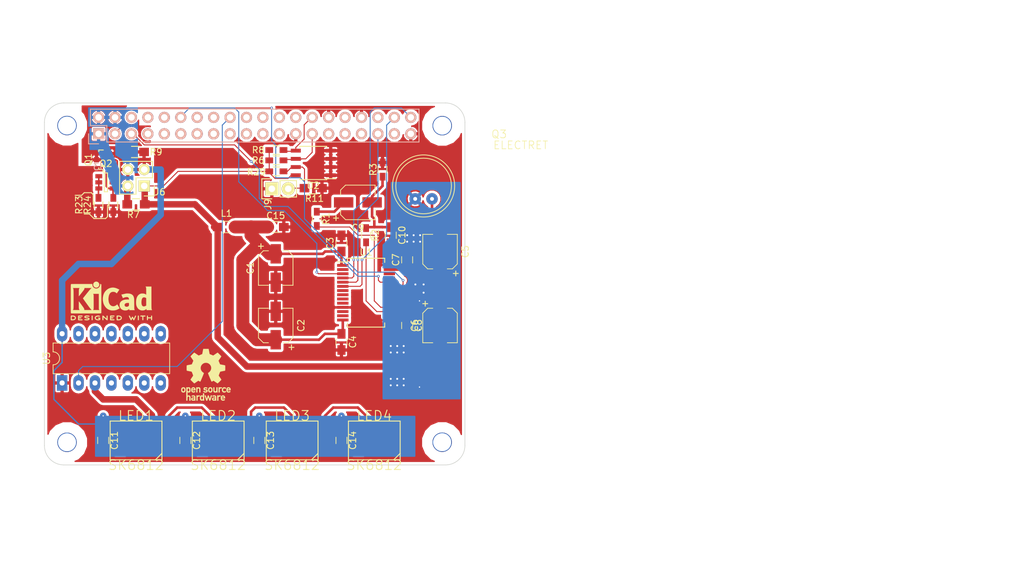
<source format=kicad_pcb>
(kicad_pcb (version 4) (host pcbnew 4.0.6)
  (layers (0 F.Cu signal) (1 In1.Cu signal hide) (2 In2.Cu signal hide) (31 B.Cu signal) (34 B.Paste user) (35 F.Paste user) (36 B.SilkS user hide) (37 F.SilkS user) (38 B.Mask user) (39 F.Mask user) (44 Edge.Cuts user))
  (net 0 "")
  (net 1 GND)
  (net 2 /ID_SD_EEPROM)
  (net 3 /ID_SC_EEPROM)
  (net 4 "Net-(Q1-Pad1)")
  (net 5 "Net-(Q2-Pad1)")
  (net 6 /P3V3_HAT)
  (net 7 /P5V_HAT)
  (net 8 "Net-(J9-Pad2)")
  (net 9 /A_VDD)
  (net 10 +3V3)
  (net 11 "Net-(C6-Pad1)")
  (net 12 "Net-(C9-Pad1)")
  (net 13 "Net-(C10-Pad1)")
  (net 14 +5V)
  (net 15 /SDA)
  (net 16 /SCL)
  (net 17 "Net-(J3-Pad7)")
  (net 18 "Net-(J3-Pad8)")
  (net 19 "Net-(J3-Pad10)")
  (net 20 "Net-(J3-Pad11)")
  (net 21 /BCLK)
  (net 22 "Net-(J3-Pad13)")
  (net 23 "Net-(J3-Pad15)")
  (net 24 "Net-(J3-Pad16)")
  (net 25 "Net-(J3-Pad17)")
  (net 26 /GPIO18)
  (net 27 "Net-(J3-Pad19)")
  (net 28 "Net-(J3-Pad21)")
  (net 29 "Net-(J3-Pad22)")
  (net 30 "Net-(J3-Pad23)")
  (net 31 "Net-(J3-Pad24)")
  (net 32 "Net-(J3-Pad26)")
  (net 33 "Net-(J3-Pad29)")
  (net 34 "Net-(J3-Pad31)")
  (net 35 "Net-(J3-Pad32)")
  (net 36 "Net-(J3-Pad33)")
  (net 37 /LR_CLK)
  (net 38 "Net-(J3-Pad36)")
  (net 39 "Net-(J3-Pad37)")
  (net 40 /A_DIN)
  (net 41 /A_DOUT)
  (net 42 /LED_OUT)
  (net 43 "Net-(LED1-Pad2)")
  (net 44 "Net-(LED2-Pad2)")
  (net 45 "Net-(LED3-Pad2)")
  (net 46 "Net-(LED4-Pad2)")
  (net 47 /MICIN)
  (net 48 /MICBIAS)
  (net 49 "Net-(U1-Pad2)")
  (net 50 "Net-(U1-Pad7)")
  (net 51 "Net-(U1-Pad8)")
  (net 52 /L_OUT)
  (net 53 /R_OUT)
  (net 54 "Net-(U1-Pad12)")
  (net 55 "Net-(U1-Pad13)")
  (net 56 "Net-(U1-Pad19)")
  (net 57 "Net-(U1-Pad20)")
  (net 58 "Net-(U1-Pad22)")
  (net 59 "Net-(U1-Pad25)")
  (net 60 "Net-(U1-Pad26)")
  (net 61 "Net-(U3-Pad8)")
  (net 62 "Net-(U3-Pad9)")
  (net 63 "Net-(U3-Pad10)")
  (net 64 "Net-(U3-Pad4)")
  (net 65 "Net-(U3-Pad11)")
  (net 66 "Net-(U3-Pad5)")
  (net 67 "Net-(U3-Pad12)")
  (net 68 "Net-(U3-Pad6)")
  (net 69 "Net-(U3-Pad13)")
  (net 70 "Net-(U3-Pad7)")
  (module project_footprints:VIA-0.6mm (layer F.Cu) (at 136.62 82.28)
    (fp_text reference REF** hide)
    (fp_text value VIA-0.6mm hide)
    (pad 1 thru_hole circle (at 0 0) (size 0.6 0.6) (drill 0.3) (layers *.Cu) (net 1 GND))
  )
  (module project_footprints:VIA-0.6mm (layer F.Cu) (at 135.62 82.28)
    (fp_text reference REF** hide)
    (fp_text value VIA-0.6mm hide)
    (pad 1 thru_hole circle (at 0 0) (size 0.6 0.6) (drill 0.3) (layers *.Cu) (net 1 GND))
  )
  (module project_footprints:VIA-0.6mm (layer F.Cu) (at 134.62 82.28)
    (fp_text reference REF** hide)
    (fp_text value VIA-0.6mm hide)
    (pad 1 thru_hole circle (at 0 0) (size 0.6 0.6) (drill 0.3) (layers *.Cu) (net 1 GND))
  )
  (module project_footprints:VIA-0.6mm (layer F.Cu) (at 136.62 81.28)
    (fp_text reference REF** hide)
    (fp_text value VIA-0.6mm hide)
    (pad 1 thru_hole circle (at 0 0) (size 0.6 0.6) (drill 0.3) (layers *.Cu) (net 1 GND))
  )
  (module project_footprints:VIA-0.6mm (layer F.Cu) (at 135.62 81.28)
    (fp_text reference REF** hide)
    (fp_text value VIA-0.6mm hide)
    (pad 1 thru_hole circle (at 0 0) (size 0.6 0.6) (drill 0.3) (layers *.Cu) (net 1 GND))
  )
  (module project_footprints:VIA-0.6mm (layer F.Cu) (at 134.62 81.28)
    (fp_text reference REF** hide)
    (fp_text value VIA-0.6mm hide)
    (pad 1 thru_hole circle (at 0 0) (size 0.6 0.6) (drill 0.3) (layers *.Cu) (net 1 GND))
  )
  (module project_footprints:VIA-0.6mm (layer F.Cu) (at 137.16 90.17)
    (fp_text reference REF** hide)
    (fp_text value VIA-0.6mm hide)
    (pad 1 thru_hole circle (at 0 0) (size 0.6 0.6) (drill 0.3) (layers *.Cu) (net 1 GND))
  )
  (module project_footprints:VIA-0.6mm (layer F.Cu) (at 137.16 88.9)
    (fp_text reference REF** hide)
    (fp_text value VIA-0.6mm hide)
    (pad 1 thru_hole circle (at 0 0) (size 0.6 0.6) (drill 0.3) (layers *.Cu) (net 1 GND))
  )
  (module project_footprints:VIA-0.6mm (layer F.Cu) (at 135.89 88.9)
    (fp_text reference REF** hide)
    (fp_text value VIA-0.6mm hide)
    (pad 1 thru_hole circle (at 0 0) (size 0.6 0.6) (drill 0.3) (layers *.Cu) (net 1 GND))
  )
  (module project_footprints:VIA-0.6mm (layer F.Cu) (at 134.08 99.425)
    (fp_text reference REF** hide)
    (fp_text value VIA-0.6mm hide)
    (pad 1 thru_hole circle (at 0 0) (size 0.6 0.6) (drill 0.3) (layers *.Cu) (net 1 GND))
  )
  (module project_footprints:VIA-0.6mm (layer F.Cu) (at 133.08 99.425)
    (fp_text reference REF** hide)
    (fp_text value VIA-0.6mm hide)
    (pad 1 thru_hole circle (at 0 0) (size 0.6 0.6) (drill 0.3) (layers *.Cu) (net 1 GND))
  )
  (module project_footprints:VIA-0.6mm (layer F.Cu) (at 132.08 99.425)
    (fp_text reference REF** hide)
    (fp_text value VIA-0.6mm hide)
    (pad 1 thru_hole circle (at 0 0) (size 0.6 0.6) (drill 0.3) (layers *.Cu) (net 1 GND))
  )
  (module project_footprints:VIA-0.6mm (layer F.Cu) (at 134.08 98.425)
    (fp_text reference REF** hide)
    (fp_text value VIA-0.6mm hide)
    (pad 1 thru_hole circle (at 0 0) (size 0.6 0.6) (drill 0.3) (layers *.Cu) (net 1 GND))
  )
  (module project_footprints:VIA-0.6mm (layer F.Cu) (at 133.08 98.425)
    (fp_text reference REF** hide)
    (fp_text value VIA-0.6mm hide)
    (pad 1 thru_hole circle (at 0 0) (size 0.6 0.6) (drill 0.3) (layers *.Cu) (net 1 GND))
  )
  (module project_footprints:VIA-0.6mm (layer F.Cu) (at 132.08 98.425)
    (fp_text reference REF** hide)
    (fp_text value VIA-0.6mm hide)
    (pad 1 thru_hole circle (at 0 0) (size 0.6 0.6) (drill 0.3) (layers *.Cu) (net 1 GND))
  )
  (module project_footprints:VIA-0.6mm (layer F.Cu) (at 134.08 104.505)
    (fp_text reference REF** hide)
    (fp_text value VIA-0.6mm hide)
    (pad 1 thru_hole circle (at 0 0) (size 0.6 0.6) (drill 0.3) (layers *.Cu) (net 1 GND))
  )
  (module project_footprints:VIA-0.6mm (layer F.Cu) (at 133.08 104.505)
    (fp_text reference REF** hide)
    (fp_text value VIA-0.6mm hide)
    (pad 1 thru_hole circle (at 0 0) (size 0.6 0.6) (drill 0.3) (layers *.Cu) (net 1 GND))
  )
  (module project_footprints:VIA-0.6mm (layer F.Cu) (at 132.08 104.505)
    (fp_text reference REF** hide)
    (fp_text value VIA-0.6mm hide)
    (pad 1 thru_hole circle (at 0 0) (size 0.6 0.6) (drill 0.3) (layers *.Cu) (net 1 GND))
  )
  (module project_footprints:VIA-0.6mm (layer F.Cu) (at 134.08 103.505)
    (fp_text reference REF** hide)
    (fp_text value VIA-0.6mm hide)
    (pad 1 thru_hole circle (at 0 0) (size 0.6 0.6) (drill 0.3) (layers *.Cu) (net 1 GND))
  )
  (module project_footprints:VIA-0.6mm (layer F.Cu) (at 133.08 103.505)
    (fp_text reference REF** hide)
    (fp_text value VIA-0.6mm hide)
    (pad 1 thru_hole circle (at 0 0) (size 0.6 0.6) (drill 0.3) (layers *.Cu) (net 1 GND))
  )
  (module Housings_SSOP:SSOP-28_5.3x10.2mm_Pitch0.65mm (layer F.Cu) (at 128.27 90.17)
    (fp_text reference U1 (at 0 -6.25) (layer F.SilkS))
    (fp_text value WM8731)
    (pad 1 smd rect (at -3.6 -4.225) (size 1.75 0.45) (layers F.Cu F.Paste F.Mask) (net 9 /A_VDD))
    (pad 2 smd rect (at -3.6 -3.575) (size 1.75 0.45) (layers F.Cu F.Paste F.Mask) (net 49 "Net-(U1-Pad2)"))
    (pad 3 smd rect (at -3.6 -2.925) (size 1.75 0.45) (layers F.Cu F.Paste F.Mask) (net 21 /BCLK))
    (pad 4 smd rect (at -3.6 -2.275) (size 1.75 0.45) (layers F.Cu F.Paste F.Mask) (net 41 /A_DOUT))
    (pad 5 smd rect (at -3.6 -1.625) (size 1.75 0.45) (layers F.Cu F.Paste F.Mask) (net 37 /LR_CLK))
    (pad 6 smd rect (at -3.6 -0.975) (size 1.75 0.45) (layers F.Cu F.Paste F.Mask) (net 40 /A_DIN))
    (pad 7 smd rect (at -3.6 -0.325) (size 1.75 0.45) (layers F.Cu F.Paste F.Mask) (net 50 "Net-(U1-Pad7)"))
    (pad 8 smd rect (at -3.6 0.325) (size 1.75 0.45) (layers F.Cu F.Paste F.Mask) (net 51 "Net-(U1-Pad8)"))
    (pad 9 smd rect (at -3.6 0.975) (size 1.75 0.45) (layers F.Cu F.Paste F.Mask) (net 52 /L_OUT))
    (pad 10 smd rect (at -3.6 1.625) (size 1.75 0.45) (layers F.Cu F.Paste F.Mask) (net 53 /R_OUT))
    (pad 11 smd rect (at -3.6 2.275) (size 1.75 0.45) (layers F.Cu F.Paste F.Mask) (net 1 GND))
    (pad 12 smd rect (at -3.6 2.925) (size 1.75 0.45) (layers F.Cu F.Paste F.Mask) (net 54 "Net-(U1-Pad12)"))
    (pad 13 smd rect (at -3.6 3.575) (size 1.75 0.45) (layers F.Cu F.Paste F.Mask) (net 55 "Net-(U1-Pad13)"))
    (pad 14 smd rect (at -3.6 4.225) (size 1.75 0.45) (layers F.Cu F.Paste F.Mask) (net 9 /A_VDD))
    (pad 15 smd rect (at 3.6 4.225) (size 1.75 0.45) (layers F.Cu F.Paste F.Mask) (net 1 GND))
    (pad 16 smd rect (at 3.6 3.575) (size 1.75 0.45) (layers F.Cu F.Paste F.Mask) (net 11 "Net-(C6-Pad1)"))
    (pad 17 smd rect (at 3.6 2.925) (size 1.75 0.45) (layers F.Cu F.Paste F.Mask) (net 48 /MICBIAS))
    (pad 18 smd rect (at 3.6 2.275) (size 1.75 0.45) (layers F.Cu F.Paste F.Mask) (net 47 /MICIN))
    (pad 19 smd rect (at 3.6 1.625) (size 1.75 0.45) (layers F.Cu F.Paste F.Mask) (net 56 "Net-(U1-Pad19)"))
    (pad 20 smd rect (at 3.6 0.975) (size 1.75 0.45) (layers F.Cu F.Paste F.Mask) (net 57 "Net-(U1-Pad20)"))
    (pad 21 smd rect (at 3.6 0.325) (size 1.75 0.45) (layers F.Cu F.Paste F.Mask) (net 1 GND))
    (pad 22 smd rect (at 3.6 -0.325) (size 1.75 0.45) (layers F.Cu F.Paste F.Mask) (net 58 "Net-(U1-Pad22)"))
    (pad 23 smd rect (at 3.6 -0.975) (size 1.75 0.45) (layers F.Cu F.Paste F.Mask) (net 15 /SDA))
    (pad 24 smd rect (at 3.6 -1.625) (size 1.75 0.45) (layers F.Cu F.Paste F.Mask) (net 16 /SCL))
    (pad 25 smd rect (at 3.6 -2.275) (size 1.75 0.45) (layers F.Cu F.Paste F.Mask) (net 59 "Net-(U1-Pad25)"))
    (pad 26 smd rect (at 3.6 -2.925) (size 1.75 0.45) (layers F.Cu F.Paste F.Mask) (net 60 "Net-(U1-Pad26)"))
    (pad 27 smd rect (at 3.6 -3.575) (size 1.75 0.45) (layers F.Cu F.Paste F.Mask) (net 10 +3V3))
    (pad 28 smd rect (at 3.6 -4.225) (size 1.75 0.45) (layers F.Cu F.Paste F.Mask) (net 1 GND))
  )
  (module Housings_SOIC:SOIC-8_3.9x4.9mm_Pitch1.27mm (layer F.Cu) (at 120.1 70.1 180)
    (fp_text reference U2 (at 0 -3.5 180) (layer F.SilkS))
    (fp_text value CAT24C32)
    (pad 1 smd rect (at -2.7 -1.905 180) (size 1.55 0.6) (layers F.Cu F.Paste F.Mask) (net 1 GND))
    (pad 2 smd rect (at -2.7 -0.635 180) (size 1.55 0.6) (layers F.Cu F.Paste F.Mask) (net 1 GND))
    (pad 3 smd rect (at -2.7 0.635 180) (size 1.55 0.6) (layers F.Cu F.Paste F.Mask) (net 1 GND))
    (pad 4 smd rect (at -2.7 1.905 180) (size 1.55 0.6) (layers F.Cu F.Paste F.Mask) (net 1 GND))
    (pad 5 smd rect (at 2.7 1.905 180) (size 1.55 0.6) (layers F.Cu F.Paste F.Mask) (net 3 /ID_SC_EEPROM))
    (pad 6 smd rect (at 2.7 0.635 180) (size 1.55 0.6) (layers F.Cu F.Paste F.Mask) (net 2 /ID_SD_EEPROM))
    (pad 7 smd rect (at 2.7 -0.635 180) (size 1.55 0.6) (layers F.Cu F.Paste F.Mask) (net 8 "Net-(J9-Pad2)"))
    (pad 8 smd rect (at 2.7 -1.905 180) (size 1.55 0.6) (layers F.Cu F.Paste F.Mask) (net 10 +3V3))
  )
  (module Pin_Headers:Pin_Header_Straight_2x02 (layer F.Cu) (at 93.98 73.66 180)
    (fp_text reference J6 (at -2.42 -0.94 180) (layer F.SilkS))
    (fp_text value CONN_02X02)
    (pad 1 thru_hole rect (at 0 0 180) (size 1.7272 1.7272) (drill 1.016) (layers *.Cu *.Mask F.SilkS) (net 10 +3V3))
    (pad 2 thru_hole oval (at 2.54 0 180) (size 1.7272 1.7272) (drill 1.016) (layers *.Cu *.Mask F.SilkS) (net 6 /P3V3_HAT))
    (pad 3 thru_hole oval (at 0 2.54 180) (size 1.7272 1.7272) (drill 1.016) (layers *.Cu *.Mask F.SilkS) (net 14 +5V))
    (pad 4 thru_hole oval (at 2.54 2.54 180) (size 1.7272 1.7272) (drill 1.016) (layers *.Cu *.Mask F.SilkS) (net 7 /P5V_HAT))
  )
  (module Pin_Headers:Pin_Header_Straight_1x02 (layer F.Cu) (at 113.7 74.1 90)
    (fp_text reference J9 (at -2.4 -0.6 90) (layer F.SilkS))
    (fp_text value CONN_01X02)
    (pad 1 thru_hole rect (at 0 0 90) (size 2.032 2.032) (drill 1.016) (layers *.Cu *.Mask F.SilkS) (net 1 GND))
    (pad 2 thru_hole oval (at 0 2.54 90) (size 2.032 2.032) (drill 1.016) (layers *.Cu *.Mask F.SilkS) (net 8 "Net-(J9-Pad2)"))
  )
  (module Resistors_SMD:R_0603_HandSoldering (layer F.Cu) (at 114.4 69.7)
    (fp_text reference R6 (at -2.8 0) (layer F.SilkS))
    (fp_text value 3.9K)
    (pad 1 smd rect (at -1.1 0) (size 1.2 0.9) (layers F.Cu F.Paste F.Mask) (net 10 +3V3))
    (pad 2 smd rect (at 1.1 0) (size 1.2 0.9) (layers F.Cu F.Paste F.Mask) (net 2 /ID_SD_EEPROM))
  )
  (module Resistors_SMD:R_0805_HandSoldering (layer F.Cu) (at 92.7 76.5)
    (fp_text reference R7 (at -0.4 1.6) (layer F.SilkS))
    (fp_text value DNP)
    (pad 1 smd rect (at -1.35 0) (size 1.5 1.3) (layers F.Cu F.Paste F.Mask) (net 6 /P3V3_HAT))
    (pad 2 smd rect (at 1.35 0) (size 1.5 1.3) (layers F.Cu F.Paste F.Mask) (net 10 +3V3))
  )
  (module Resistors_SMD:R_0603_HandSoldering (layer F.Cu) (at 114.4 68.1)
    (fp_text reference R8 (at -2.8 0) (layer F.SilkS))
    (fp_text value 3.9K)
    (pad 1 smd rect (at -1.1 0) (size 1.2 0.9) (layers F.Cu F.Paste F.Mask) (net 10 +3V3))
    (pad 2 smd rect (at 1.1 0) (size 1.2 0.9) (layers F.Cu F.Paste F.Mask) (net 3 /ID_SC_EEPROM))
  )
  (module Resistors_SMD:R_0805_HandSoldering (layer F.Cu) (at 92.6 68.4)
    (fp_text reference R9 (at 3.2 0) (layer F.SilkS))
    (fp_text value DNP)
    (pad 1 smd rect (at -1.35 0) (size 1.5 1.3) (layers F.Cu F.Paste F.Mask) (net 7 /P5V_HAT))
    (pad 2 smd rect (at 1.35 0) (size 1.5 1.3) (layers F.Cu F.Paste F.Mask) (net 14 +5V))
  )
  (module Resistors_SMD:R_0805_HandSoldering (layer F.Cu) (at 120.1 74)
    (fp_text reference R11 (at 0.2 1.6) (layer F.SilkS))
    (fp_text value DNP)
    (pad 1 smd rect (at -1.35 0) (size 1.5 1.3) (layers F.Cu F.Paste F.Mask) (net 8 "Net-(J9-Pad2)"))
    (pad 2 smd rect (at 1.35 0) (size 1.5 1.3) (layers F.Cu F.Paste F.Mask) (net 1 GND))
  )
  (module Resistors_SMD:R_0603_HandSoldering (layer F.Cu) (at 86.9 76.6 270)
    (fp_text reference R23 (at 0 3 270) (layer F.SilkS))
    (fp_text value 22)
    (pad 1 smd rect (at -1.1 0 270) (size 1.2 0.9) (layers F.Cu F.Paste F.Mask) (net 5 "Net-(Q2-Pad1)"))
    (pad 2 smd rect (at 1.1 0 270) (size 1.2 0.9) (layers F.Cu F.Paste F.Mask) (net 1 GND))
  )
  (module Resistors_SMD:R_0603_HandSoldering (layer F.Cu) (at 89.2 76.6 270)
    (fp_text reference R24 (at 0 4 270) (layer F.SilkS))
    (fp_text value 22)
    (pad 1 smd rect (at -1.1 0 270) (size 1.2 0.9) (layers F.Cu F.Paste F.Mask) (net 4 "Net-(Q1-Pad1)"))
    (pad 2 smd rect (at 1.1 0 270) (size 1.2 0.9) (layers F.Cu F.Paste F.Mask) (net 1 GND))
  )
  (module Resistors_SMD:R_0603_HandSoldering (layer F.Cu) (at 114.4 71.4)
    (fp_text reference R29 (at -3.1 0.1) (layer F.SilkS))
    (fp_text value 10K)
    (pad 1 smd rect (at -1.1 0) (size 1.2 0.9) (layers F.Cu F.Paste F.Mask) (net 10 +3V3))
    (pad 2 smd rect (at 1.1 0) (size 1.2 0.9) (layers F.Cu F.Paste F.Mask) (net 8 "Net-(J9-Pad2)"))
  )
  (module Socket_Strips:Socket_Strip_Straight_2x20 (layer B.Cu) (at 86.92 65.59)
    (fp_text reference J3 (at 0 5.1) (layer B.SilkS) (effects (justify mirror)))
    (fp_text value 40HAT)
    (pad 1 thru_hole rect (at 0 0) (size 1.7272 1.7272) (drill 1.016) (layers *.Cu *.Mask B.SilkS) (net 6 /P3V3_HAT))
    (pad 2 thru_hole oval (at 0 -2.54) (size 1.7272 1.7272) (drill 1.016) (layers *.Cu *.Mask B.SilkS) (net 7 /P5V_HAT))
    (pad 3 thru_hole oval (at 2.54 0) (size 1.7272 1.7272) (drill 1.016) (layers *.Cu *.Mask B.SilkS) (net 15 /SDA))
    (pad 4 thru_hole oval (at 2.54 -2.54) (size 1.7272 1.7272) (drill 1.016) (layers *.Cu *.Mask B.SilkS) (net 7 /P5V_HAT))
    (pad 5 thru_hole oval (at 5.08 0) (size 1.7272 1.7272) (drill 1.016) (layers *.Cu *.Mask B.SilkS) (net 16 /SCL))
    (pad 6 thru_hole oval (at 5.08 -2.54) (size 1.7272 1.7272) (drill 1.016) (layers *.Cu *.Mask B.SilkS) (net 1 GND))
    (pad 7 thru_hole oval (at 7.62 0) (size 1.7272 1.7272) (drill 1.016) (layers *.Cu *.Mask B.SilkS) (net 17 "Net-(J3-Pad7)"))
    (pad 8 thru_hole oval (at 7.62 -2.54) (size 1.7272 1.7272) (drill 1.016) (layers *.Cu *.Mask B.SilkS) (net 18 "Net-(J3-Pad8)"))
    (pad 9 thru_hole oval (at 10.16 0) (size 1.7272 1.7272) (drill 1.016) (layers *.Cu *.Mask B.SilkS) (net 1 GND))
    (pad 10 thru_hole oval (at 10.16 -2.54) (size 1.7272 1.7272) (drill 1.016) (layers *.Cu *.Mask B.SilkS) (net 19 "Net-(J3-Pad10)"))
    (pad 11 thru_hole oval (at 12.7 0) (size 1.7272 1.7272) (drill 1.016) (layers *.Cu *.Mask B.SilkS) (net 20 "Net-(J3-Pad11)"))
    (pad 12 thru_hole oval (at 12.7 -2.54) (size 1.7272 1.7272) (drill 1.016) (layers *.Cu *.Mask B.SilkS) (net 21 /BCLK))
    (pad 13 thru_hole oval (at 15.24 0) (size 1.7272 1.7272) (drill 1.016) (layers *.Cu *.Mask B.SilkS) (net 22 "Net-(J3-Pad13)"))
    (pad 14 thru_hole oval (at 15.24 -2.54) (size 1.7272 1.7272) (drill 1.016) (layers *.Cu *.Mask B.SilkS) (net 1 GND))
    (pad 15 thru_hole oval (at 17.78 0) (size 1.7272 1.7272) (drill 1.016) (layers *.Cu *.Mask B.SilkS) (net 23 "Net-(J3-Pad15)"))
    (pad 16 thru_hole oval (at 17.78 -2.54) (size 1.7272 1.7272) (drill 1.016) (layers *.Cu *.Mask B.SilkS) (net 24 "Net-(J3-Pad16)"))
    (pad 17 thru_hole oval (at 20.32 0) (size 1.7272 1.7272) (drill 1.016) (layers *.Cu *.Mask B.SilkS) (net 25 "Net-(J3-Pad17)"))
    (pad 18 thru_hole oval (at 20.32 -2.54) (size 1.7272 1.7272) (drill 1.016) (layers *.Cu *.Mask B.SilkS) (net 26 /GPIO18))
    (pad 19 thru_hole oval (at 22.86 0) (size 1.7272 1.7272) (drill 1.016) (layers *.Cu *.Mask B.SilkS) (net 27 "Net-(J3-Pad19)"))
    (pad 20 thru_hole oval (at 22.86 -2.54) (size 1.7272 1.7272) (drill 1.016) (layers *.Cu *.Mask B.SilkS) (net 1 GND))
    (pad 21 thru_hole oval (at 25.4 0) (size 1.7272 1.7272) (drill 1.016) (layers *.Cu *.Mask B.SilkS) (net 28 "Net-(J3-Pad21)"))
    (pad 22 thru_hole oval (at 25.4 -2.54) (size 1.7272 1.7272) (drill 1.016) (layers *.Cu *.Mask B.SilkS) (net 29 "Net-(J3-Pad22)"))
    (pad 23 thru_hole oval (at 27.94 0) (size 1.7272 1.7272) (drill 1.016) (layers *.Cu *.Mask B.SilkS) (net 30 "Net-(J3-Pad23)"))
    (pad 24 thru_hole oval (at 27.94 -2.54) (size 1.7272 1.7272) (drill 1.016) (layers *.Cu *.Mask B.SilkS) (net 31 "Net-(J3-Pad24)"))
    (pad 25 thru_hole oval (at 30.48 0) (size 1.7272 1.7272) (drill 1.016) (layers *.Cu *.Mask B.SilkS) (net 1 GND))
    (pad 26 thru_hole oval (at 30.48 -2.54) (size 1.7272 1.7272) (drill 1.016) (layers *.Cu *.Mask B.SilkS) (net 32 "Net-(J3-Pad26)"))
    (pad 27 thru_hole oval (at 33.02 0) (size 1.7272 1.7272) (drill 1.016) (layers *.Cu *.Mask B.SilkS) (net 2 /ID_SD_EEPROM))
    (pad 28 thru_hole oval (at 33.02 -2.54) (size 1.7272 1.7272) (drill 1.016) (layers *.Cu *.Mask B.SilkS) (net 3 /ID_SC_EEPROM))
    (pad 29 thru_hole oval (at 35.56 0) (size 1.7272 1.7272) (drill 1.016) (layers *.Cu *.Mask B.SilkS) (net 33 "Net-(J3-Pad29)"))
    (pad 30 thru_hole oval (at 35.56 -2.54) (size 1.7272 1.7272) (drill 1.016) (layers *.Cu *.Mask B.SilkS) (net 1 GND))
    (pad 31 thru_hole oval (at 38.1 0) (size 1.7272 1.7272) (drill 1.016) (layers *.Cu *.Mask B.SilkS) (net 34 "Net-(J3-Pad31)"))
    (pad 32 thru_hole oval (at 38.1 -2.54) (size 1.7272 1.7272) (drill 1.016) (layers *.Cu *.Mask B.SilkS) (net 35 "Net-(J3-Pad32)"))
    (pad 33 thru_hole oval (at 40.64 0) (size 1.7272 1.7272) (drill 1.016) (layers *.Cu *.Mask B.SilkS) (net 36 "Net-(J3-Pad33)"))
    (pad 34 thru_hole oval (at 40.64 -2.54) (size 1.7272 1.7272) (drill 1.016) (layers *.Cu *.Mask B.SilkS) (net 1 GND))
    (pad 35 thru_hole oval (at 43.18 0) (size 1.7272 1.7272) (drill 1.016) (layers *.Cu *.Mask B.SilkS) (net 37 /LR_CLK))
    (pad 36 thru_hole oval (at 43.18 -2.54) (size 1.7272 1.7272) (drill 1.016) (layers *.Cu *.Mask B.SilkS) (net 38 "Net-(J3-Pad36)"))
    (pad 37 thru_hole oval (at 45.72 0) (size 1.7272 1.7272) (drill 1.016) (layers *.Cu *.Mask B.SilkS) (net 39 "Net-(J3-Pad37)"))
    (pad 38 thru_hole oval (at 45.72 -2.54) (size 1.7272 1.7272) (drill 1.016) (layers *.Cu *.Mask B.SilkS) (net 40 /A_DIN))
    (pad 39 thru_hole oval (at 48.26 0) (size 1.7272 1.7272) (drill 1.016) (layers *.Cu *.Mask B.SilkS) (net 1 GND))
    (pad 40 thru_hole oval (at 48.26 -2.54) (size 1.7272 1.7272) (drill 1.016) (layers *.Cu *.Mask B.SilkS) (net 41 /A_DOUT))
  )
  (module TO_SOT_Packages_SMD:SOT-23 (layer F.Cu) (at 87.6 69.6 90)
    (fp_text reference Q1 (at 0 -2.25 90) (layer F.SilkS))
    (fp_text value DMG2305UX)
    (pad 1 smd rect (at -0.95 1.00076 90) (size 0.8001 0.8001) (layers F.Cu F.Paste F.Mask) (net 4 "Net-(Q1-Pad1)"))
    (pad 2 smd rect (at 0.95 1.00076 90) (size 0.8001 0.8001) (layers F.Cu F.Paste F.Mask) (net 7 /P5V_HAT))
    (pad 3 smd rect (at 0 -0.99822 90) (size 0.8001 0.8001) (layers F.Cu F.Paste F.Mask) (net 14 +5V))
  )
  (module TO_SOT_Packages_SMD:SOT-23-6 (layer F.Cu) (at 88.05 73.1)
    (fp_text reference Q2 (at 0 -2.9) (layer F.SilkS))
    (fp_text value DMMT5401)
    (pad 1 smd rect (at -1.1 -0.95) (size 1.06 0.65) (layers F.Cu F.Paste F.Mask) (net 5 "Net-(Q2-Pad1)"))
    (pad 2 smd rect (at -1.1 0) (size 1.06 0.65) (layers F.Cu F.Paste F.Mask) (net 5 "Net-(Q2-Pad1)"))
    (pad 3 smd rect (at -1.1 0.95) (size 1.06 0.65) (layers F.Cu F.Paste F.Mask) (net 5 "Net-(Q2-Pad1)"))
    (pad 4 smd rect (at 1.1 0.95) (size 1.06 0.65) (layers F.Cu F.Paste F.Mask) (net 4 "Net-(Q1-Pad1)"))
    (pad 6 smd rect (at 1.1 -0.95) (size 1.06 0.65) (layers F.Cu F.Paste F.Mask) (net 14 +5V))
    (pad 5 smd rect (at 1.1 0) (size 1.06 0.65) (layers F.Cu F.Paste F.Mask) (net 7 /P5V_HAT))
  )
  (module project_footprints:NPTH_3mm_ID (layer F.Cu) (at 82.04 64.31)
    (fp_text reference H1 (at 0.06 0.09) (layer F.SilkS))
    (fp_text value 3mm_Mounting_Hole)
    (pad "" np_thru_hole circle (at 0 0) (size 3 3) (drill 2.75) (layers *.Cu *.Mask) (clearance 1.6))
  )
  (module project_footprints:NPTH_3mm_ID (layer F.Cu) (at 140.04 64.33)
    (fp_text reference H2 (at 0.06 0.09) (layer F.SilkS))
    (fp_text value 3mm_Mounting_Hole)
    (pad "" np_thru_hole circle (at 0 0) (size 3 3) (drill 2.75) (layers *.Cu *.Mask) (clearance 1.6))
  )
  (module project_footprints:NPTH_3mm_ID (layer F.Cu) (at 82.04 113.32)
    (fp_text reference H3 (at 0.06 0.09) (layer F.SilkS))
    (fp_text value 3mm_Mounting_Hole)
    (pad "" np_thru_hole circle (at 0 0) (size 3 3) (drill 2.75) (layers *.Cu *.Mask) (clearance 1.6))
  )
  (module project_footprints:NPTH_3mm_ID (layer F.Cu) (at 140.03 113.31)
    (fp_text reference H4 (at 0.06 0.09) (layer F.SilkS))
    (fp_text value 3mm_Mounting_Hole)
    (pad "" np_thru_hole circle (at 0 0) (size 3 3) (drill 2.75) (layers *.Cu *.Mask) (clearance 1.6))
  )
  (module Capacitors_SMD:CP_Elec_5x4.5 (layer F.Cu) (at 114.3 86.36 270)
    (fp_text reference C1 (at 0 3.92 270) (layer F.SilkS))
    (fp_text value 10uF)
    (fp_text user + (at -3.38 2.36 270) (layer F.SilkS))
    (pad 1 smd rect (at -2.2 0 90) (size 3 1.6) (layers F.Cu F.Paste F.Mask) (net 9 /A_VDD))
    (pad 2 smd rect (at 2.2 0 90) (size 3 1.6) (layers F.Cu F.Paste F.Mask) (net 1 GND))
  )
  (module Capacitors_SMD:CP_Elec_5x4.5 (layer F.Cu) (at 114.3 95.25 90)
    (fp_text reference C2 (at 0 3.92 90) (layer F.SilkS))
    (fp_text value 10uF)
    (fp_text user + (at -3.38 2.36 90) (layer F.SilkS))
    (pad 1 smd rect (at -2.2 0 270) (size 3 1.6) (layers F.Cu F.Paste F.Mask) (net 9 /A_VDD))
    (pad 2 smd rect (at 2.2 0 270) (size 3 1.6) (layers F.Cu F.Paste F.Mask) (net 1 GND))
  )
  (module Capacitors_SMD:C_0805_HandSoldering (layer F.Cu) (at 124.46 82.55 90)
    (fp_text reference C3 (at 0 -1.75 90) (layer F.SilkS))
    (fp_text value 0.1uF)
    (pad 1 smd rect (at -1.25 0 90) (size 1.5 1.25) (layers F.Cu F.Paste F.Mask) (net 9 /A_VDD))
    (pad 2 smd rect (at 1.25 0 90) (size 1.5 1.25) (layers F.Cu F.Paste F.Mask) (net 1 GND))
  )
  (module Capacitors_SMD:C_0805_HandSoldering (layer F.Cu) (at 124.46 97.79 270)
    (fp_text reference C4 (at 0 -1.75 270) (layer F.SilkS))
    (fp_text value 0.1uF)
    (pad 1 smd rect (at -1.25 0 270) (size 1.5 1.25) (layers F.Cu F.Paste F.Mask) (net 9 /A_VDD))
    (pad 2 smd rect (at 1.25 0 270) (size 1.5 1.25) (layers F.Cu F.Paste F.Mask) (net 1 GND))
  )
  (module Capacitors_SMD:CP_Elec_5x4.5 (layer F.Cu) (at 139.7 83.82 90)
    (fp_text reference C5 (at 0 3.92 90) (layer F.SilkS))
    (fp_text value 10uF)
    (fp_text user + (at -3.38 2.36 90) (layer F.SilkS))
    (pad 1 smd rect (at -2.2 0 270) (size 3 1.6) (layers F.Cu F.Paste F.Mask) (net 10 +3V3))
    (pad 2 smd rect (at 2.2 0 270) (size 3 1.6) (layers F.Cu F.Paste F.Mask) (net 1 GND))
  )
  (module Capacitors_SMD:CP_Elec_5x4.5 (layer F.Cu) (at 139.7 95.25 270)
    (fp_text reference C6 (at 0 3.92 270) (layer F.SilkS))
    (fp_text value 10uF)
    (fp_text user + (at -3.38 2.36 270) (layer F.SilkS))
    (pad 1 smd rect (at -2.2 0 90) (size 3 1.6) (layers F.Cu F.Paste F.Mask) (net 11 "Net-(C6-Pad1)"))
    (pad 2 smd rect (at 2.2 0 90) (size 3 1.6) (layers F.Cu F.Paste F.Mask) (net 1 GND))
  )
  (module Capacitors_SMD:C_0805_HandSoldering (layer F.Cu) (at 134.62 85.09 90)
    (fp_text reference C7 (at 0 -1.75 90) (layer F.SilkS))
    (fp_text value 0.1uF)
    (pad 1 smd rect (at -1.25 0 90) (size 1.5 1.25) (layers F.Cu F.Paste F.Mask) (net 10 +3V3))
    (pad 2 smd rect (at 1.25 0 90) (size 1.5 1.25) (layers F.Cu F.Paste F.Mask) (net 1 GND))
  )
  (module Capacitors_SMD:C_0805_HandSoldering (layer F.Cu) (at 134.62 95.25 270)
    (fp_text reference C8 (at 0 -1.75 270) (layer F.SilkS))
    (fp_text value 0.1uF)
    (pad 1 smd rect (at -1.25 0 270) (size 1.5 1.25) (layers F.Cu F.Paste F.Mask) (net 11 "Net-(C6-Pad1)"))
    (pad 2 smd rect (at 1.25 0 270) (size 1.5 1.25) (layers F.Cu F.Paste F.Mask) (net 1 GND))
  )
  (module Capacitors_SMD:CP_Elec_5x4.5 (layer F.Cu) (at 127 76.2)
    (fp_text reference C9 (at 0 3.92) (layer F.SilkS))
    (fp_text value 1uF)
    (fp_text user + (at -3.38 2.36) (layer F.SilkS))
    (pad 1 smd rect (at -2.2 0 180) (size 3 1.6) (layers F.Cu F.Paste F.Mask) (net 12 "Net-(C9-Pad1)"))
    (pad 2 smd rect (at 2.2 0 180) (size 3 1.6) (layers F.Cu F.Paste F.Mask) (net 13 "Net-(C10-Pad1)"))
  )
  (module Capacitors_SMD:C_0805_HandSoldering (layer F.Cu) (at 132.08 81.28 270)
    (fp_text reference C10 (at 0 -1.75 270) (layer F.SilkS))
    (fp_text value 220pF)
    (pad 1 smd rect (at -1.25 0 270) (size 1.5 1.25) (layers F.Cu F.Paste F.Mask) (net 13 "Net-(C10-Pad1)"))
    (pad 2 smd rect (at 1.25 0 270) (size 1.5 1.25) (layers F.Cu F.Paste F.Mask) (net 1 GND))
  )
  (module Capacitors_SMD:C_0805_HandSoldering (layer F.Cu) (at 87.63 113.03 270)
    (fp_text reference C11 (at 0 -1.75 270) (layer F.SilkS))
    (fp_text value .1uF)
    (pad 1 smd rect (at -1.25 0 270) (size 1.5 1.25) (layers F.Cu F.Paste F.Mask) (net 14 +5V))
    (pad 2 smd rect (at 1.25 0 270) (size 1.5 1.25) (layers F.Cu F.Paste F.Mask) (net 1 GND))
  )
  (module Capacitors_SMD:C_0805_HandSoldering (layer F.Cu) (at 100.33 113.03 270)
    (fp_text reference C12 (at 0 -1.75 270) (layer F.SilkS))
    (fp_text value .1uF)
    (pad 1 smd rect (at -1.25 0 270) (size 1.5 1.25) (layers F.Cu F.Paste F.Mask) (net 14 +5V))
    (pad 2 smd rect (at 1.25 0 270) (size 1.5 1.25) (layers F.Cu F.Paste F.Mask) (net 1 GND))
  )
  (module Capacitors_SMD:C_0805_HandSoldering (layer F.Cu) (at 111.76 113.03 270)
    (fp_text reference C13 (at 0 -1.75 270) (layer F.SilkS))
    (fp_text value .1uF)
    (pad 1 smd rect (at -1.25 0 270) (size 1.5 1.25) (layers F.Cu F.Paste F.Mask) (net 14 +5V))
    (pad 2 smd rect (at 1.25 0 270) (size 1.5 1.25) (layers F.Cu F.Paste F.Mask) (net 1 GND))
  )
  (module Capacitors_SMD:C_0805_HandSoldering (layer F.Cu) (at 124.46 113.03 270)
    (fp_text reference C14 (at 0 -1.75 270) (layer F.SilkS))
    (fp_text value .1uF)
    (pad 1 smd rect (at -1.25 0 270) (size 1.5 1.25) (layers F.Cu F.Paste F.Mask) (net 14 +5V))
    (pad 2 smd rect (at 1.25 0 270) (size 1.5 1.25) (layers F.Cu F.Paste F.Mask) (net 1 GND))
  )
  (module Capacitors_SMD:C_0805_HandSoldering (layer F.Cu) (at 114.3 80.01)
    (fp_text reference C15 (at 0 -1.75) (layer F.SilkS))
    (fp_text value 0.1uF)
    (pad 1 smd rect (at -1.25 0) (size 1.5 1.25) (layers F.Cu F.Paste F.Mask) (net 9 /A_VDD))
    (pad 2 smd rect (at 1.25 0) (size 1.5 1.25) (layers F.Cu F.Paste F.Mask) (net 1 GND))
  )
  (module Inductors_SMD:L_0805_HandSoldering (layer F.Cu) (at 106.68 80.01)
    (fp_text reference L1 (at 0 -2.1) (layer F.SilkS))
    (fp_text value 10uH)
    (pad 1 smd rect (at -1.35 0) (size 1.5 1.3) (layers F.Cu F.Paste F.Mask) (net 10 +3V3))
    (pad 2 smd rect (at 1.35 0) (size 1.5 1.3) (layers F.Cu F.Paste F.Mask) (net 9 /A_VDD))
  )
  (module crumps:WS2812B (layer F.Cu) (at 92.71 113.03)
    (fp_text reference LED1 (at 0 -3.81) (layer F.SilkS) (effects (font (size 1.5 1.5))))
    (fp_text value SK6812 (at 0 3.81) (layer F.SilkS) (effects (font (size 1.5 1.5))))
    (pad 4 smd rect (at 2.45 -1.65) (size 1.5 1) (layers F.Cu F.Paste F.Mask) (net 42 /LED_OUT))
    (pad 1 smd rect (at -2.45 -1.65) (size 1.5 1) (layers F.Cu F.Paste F.Mask) (net 14 +5V))
    (pad 2 smd rect (at -2.45 1.65) (size 1.5 1) (layers F.Cu F.Paste F.Mask) (net 43 "Net-(LED1-Pad2)"))
    (pad 3 smd rect (at 2.45 1.65) (size 1.5 1) (layers F.Cu F.Paste F.Mask) (net 1 GND))
  )
  (module crumps:WS2812B (layer F.Cu) (at 105.41 113.03)
    (fp_text reference LED2 (at 0 -3.81) (layer F.SilkS) (effects (font (size 1.5 1.5))))
    (fp_text value SK6812 (at 0 3.81) (layer F.SilkS) (effects (font (size 1.5 1.5))))
    (pad 4 smd rect (at 2.45 -1.65) (size 1.5 1) (layers F.Cu F.Paste F.Mask) (net 43 "Net-(LED1-Pad2)"))
    (pad 1 smd rect (at -2.45 -1.65) (size 1.5 1) (layers F.Cu F.Paste F.Mask) (net 14 +5V))
    (pad 2 smd rect (at -2.45 1.65) (size 1.5 1) (layers F.Cu F.Paste F.Mask) (net 44 "Net-(LED2-Pad2)"))
    (pad 3 smd rect (at 2.45 1.65) (size 1.5 1) (layers F.Cu F.Paste F.Mask) (net 1 GND))
  )
  (module crumps:WS2812B (layer F.Cu) (at 116.84 113.03)
    (fp_text reference LED3 (at 0 -3.81) (layer F.SilkS) (effects (font (size 1.5 1.5))))
    (fp_text value SK6812 (at 0 3.81) (layer F.SilkS) (effects (font (size 1.5 1.5))))
    (pad 4 smd rect (at 2.45 -1.65) (size 1.5 1) (layers F.Cu F.Paste F.Mask) (net 44 "Net-(LED2-Pad2)"))
    (pad 1 smd rect (at -2.45 -1.65) (size 1.5 1) (layers F.Cu F.Paste F.Mask) (net 14 +5V))
    (pad 2 smd rect (at -2.45 1.65) (size 1.5 1) (layers F.Cu F.Paste F.Mask) (net 45 "Net-(LED3-Pad2)"))
    (pad 3 smd rect (at 2.45 1.65) (size 1.5 1) (layers F.Cu F.Paste F.Mask) (net 1 GND))
  )
  (module crumps:WS2812B (layer F.Cu) (at 129.54 113.03)
    (fp_text reference LED4 (at 0 -3.81) (layer F.SilkS) (effects (font (size 1.5 1.5))))
    (fp_text value SK6812 (at 0 3.81) (layer F.SilkS) (effects (font (size 1.5 1.5))))
    (pad 4 smd rect (at 2.45 -1.65) (size 1.5 1) (layers F.Cu F.Paste F.Mask) (net 45 "Net-(LED3-Pad2)"))
    (pad 1 smd rect (at -2.45 -1.65) (size 1.5 1) (layers F.Cu F.Paste F.Mask) (net 14 +5V))
    (pad 2 smd rect (at -2.45 1.65) (size 1.5 1) (layers F.Cu F.Paste F.Mask) (net 46 "Net-(LED4-Pad2)"))
    (pad 3 smd rect (at 2.45 1.65) (size 1.5 1) (layers F.Cu F.Paste F.Mask) (net 1 GND))
  )
  (module adafruit:9.7ELECTRET (layer F.Cu) (at 137.16 73.66 180)
    (fp_text reference Q3 (at -10.4 7.3 180) (layer F.SilkS) (effects (font (size 1.2065 1.2065) (thickness 0.1016)) (justify left bottom)))
    (fp_text value ELECTRET (at -10.7 5.6 180) (layer F.SilkS) (effects (font (size 1.2065 1.2065) (thickness 0.1016)) (justify left bottom)))
    (pad + thru_hole circle (at 1.3 -2 180) (size 1.778 1.778) (drill 0.6) (layers *.Cu *.Mask) (net 1 GND))
    (pad - thru_hole circle (at -1.3 -2 180) (size 1.778 1.778) (drill 0.6) (layers *.Cu *.Mask) (net 13 "Net-(C10-Pad1)"))
  )
  (module Resistors_SMD:R_0603_HandSoldering (layer F.Cu) (at 120.65 78.74 270)
    (fp_text reference R1 (at 0 -1.45 270) (layer F.SilkS))
    (fp_text value R2)
    (pad 1 smd rect (at -1.1 0 270) (size 1.2 0.9) (layers F.Cu F.Paste F.Mask) (net 12 "Net-(C9-Pad1)"))
    (pad 2 smd rect (at 1.1 0 270) (size 1.2 0.9) (layers F.Cu F.Paste F.Mask) (net 47 /MICIN))
  )
  (module Resistors_SMD:R_0603_HandSoldering (layer F.Cu) (at 128.27 81.28 270)
    (fp_text reference R2 (at 0 -1.45 270) (layer F.SilkS))
    (fp_text value 680)
    (pad 1 smd rect (at -1.1 0 270) (size 1.2 0.9) (layers F.Cu F.Paste F.Mask) (net 13 "Net-(C10-Pad1)"))
    (pad 2 smd rect (at 1.1 0 270) (size 1.2 0.9) (layers F.Cu F.Paste F.Mask) (net 48 /MICBIAS))
  )
  (module Resistors_SMD:R_0603_HandSoldering (layer F.Cu) (at 130.81 71.12 90)
    (fp_text reference R3 (at 0 -1.45 90) (layer F.SilkS))
    (fp_text value 47k)
    (pad 1 smd rect (at -1.1 0 90) (size 1.2 0.9) (layers F.Cu F.Paste F.Mask) (net 13 "Net-(C10-Pad1)"))
    (pad 2 smd rect (at 1.1 0 90) (size 1.2 0.9) (layers F.Cu F.Paste F.Mask) (net 1 GND))
  )
  (module Housings_DIP:DIP-14_W7.62mm_LongPads (layer F.Cu) (at 81.28 104.14 90)
    (fp_text reference U3 (at 3.81 -2.39 90) (layer F.SilkS))
    (fp_text value SN74AHCT125)
    (pad 1 thru_hole rect (at 0 0 90) (size 2.4 1.6) (drill 0.8) (layers *.Cu *.Mask) (net 1 GND))
    (pad 8 thru_hole oval (at 7.62 15.24 90) (size 2.4 1.6) (drill 0.8) (layers *.Cu *.Mask) (net 61 "Net-(U3-Pad8)"))
    (pad 2 thru_hole oval (at 0 2.54 90) (size 2.4 1.6) (drill 0.8) (layers *.Cu *.Mask) (net 26 /GPIO18))
    (pad 9 thru_hole oval (at 7.62 12.7 90) (size 2.4 1.6) (drill 0.8) (layers *.Cu *.Mask) (net 62 "Net-(U3-Pad9)"))
    (pad 3 thru_hole oval (at 0 5.08 90) (size 2.4 1.6) (drill 0.8) (layers *.Cu *.Mask) (net 42 /LED_OUT))
    (pad 10 thru_hole oval (at 7.62 10.16 90) (size 2.4 1.6) (drill 0.8) (layers *.Cu *.Mask) (net 63 "Net-(U3-Pad10)"))
    (pad 4 thru_hole oval (at 0 7.62 90) (size 2.4 1.6) (drill 0.8) (layers *.Cu *.Mask) (net 64 "Net-(U3-Pad4)"))
    (pad 11 thru_hole oval (at 7.62 7.62 90) (size 2.4 1.6) (drill 0.8) (layers *.Cu *.Mask) (net 65 "Net-(U3-Pad11)"))
    (pad 5 thru_hole oval (at 0 10.16 90) (size 2.4 1.6) (drill 0.8) (layers *.Cu *.Mask) (net 66 "Net-(U3-Pad5)"))
    (pad 12 thru_hole oval (at 7.62 5.08 90) (size 2.4 1.6) (drill 0.8) (layers *.Cu *.Mask) (net 67 "Net-(U3-Pad12)"))
    (pad 6 thru_hole oval (at 0 12.7 90) (size 2.4 1.6) (drill 0.8) (layers *.Cu *.Mask) (net 68 "Net-(U3-Pad6)"))
    (pad 13 thru_hole oval (at 7.62 2.54 90) (size 2.4 1.6) (drill 0.8) (layers *.Cu *.Mask) (net 69 "Net-(U3-Pad13)"))
    (pad 7 thru_hole oval (at 0 15.24 90) (size 2.4 1.6) (drill 0.8) (layers *.Cu *.Mask) (net 70 "Net-(U3-Pad7)"))
    (pad 14 thru_hole oval (at 7.62 0 90) (size 2.4 1.6) (drill 0.8) (layers *.Cu *.Mask) (net 14 +5V))
  )
  (module project_footprints:VIA-0.6mm (layer F.Cu) (at 132.08 103.505)
    (fp_text reference REF** hide)
    (fp_text value VIA-0.6mm hide)
    (pad 1 thru_hole circle (at 0 0) (size 0.6 0.6) (drill 0.3) (layers *.Cu) (net 1 GND))
  )
  (module Symbols:OSHW-Logo_7.5x8mm_SilkScreen (layer F.Cu) (at 103.505 102.87)
    (fp_text reference REF*** hide)
    (fp_text value OSHW-Logo_7.5x8mm_SilkScreen hide)
  )
  (module Symbols:KiCad-Logo2_6mm_SilkScreen (layer F.Cu) (at 88.9 91.44)
    (fp_text reference REF*** hide)
    (fp_text value KiCad-Logo2_6mm_SilkScreen hide)
  )
  (gr_line (start 88.4 76.6) (end 88.5 76.6) (angle 90) (layer F.SilkS) (width 0.15))
  (gr_line (start 88.3 76.7) (end 88.4 76.6) (angle 90) (layer F.SilkS) (width 0.15))
  (gr_line (start 88.3 78.4) (end 88.3 76.7) (angle 90) (layer F.SilkS) (width 0.15))
  (gr_line (start 88 78.7) (end 88.3 78.4) (angle 90) (layer F.SilkS) (width 0.15))
  (gr_line (start 86.2 78.7) (end 88 78.7) (angle 90) (layer F.SilkS) (width 0.15))
  (gr_line (start 85.5 78) (end 86.2 78.7) (angle 90) (layer F.SilkS) (width 0.15))
  (gr_line (start 84.7 78) (end 85.5 78) (angle 90) (layer F.SilkS) (width 0.15))
  (gr_line (start 86.1 76.5) (end 86.3 76.5) (angle 90) (layer F.SilkS) (width 0.15))
  (gr_line (start 86.1 75) (end 86.1 76.5) (angle 90) (layer F.SilkS) (width 0.15))
  (gr_line (start 85.8 74.7) (end 86.1 75) (angle 90) (layer F.SilkS) (width 0.15))
  (gr_line (start 84.7 74.7) (end 85.8 74.7) (angle 90) (layer F.SilkS) (width 0.15))
  (gr_line (start 84.3 75.1) (end 84.7 74.7) (angle 90) (layer F.SilkS) (width 0.15))
  (gr_line (start 83.3 75.1) (end 84.3 75.1) (angle 90) (layer F.SilkS) (width 0.15))
  (gr_line (start 78.546356 63.817611) (end 78.546356 113.817611) (layer Edge.Cuts) (width 0.1))
  (gr_arc (start 81.546356 63.817611) (end 81.546356 60.817611) (angle -90) (layer Edge.Cuts) (width 0.1))
  (gr_line (start 140.546356 60.817611) (end 81.546356 60.817611) (layer Edge.Cuts) (width 0.1))
  (gr_arc (start 140.546356 63.817611) (end 143.546356 63.817611) (angle -90) (layer Edge.Cuts) (width 0.1))
  (gr_line (start 143.546356 113.817611) (end 143.546356 63.817611) (layer Edge.Cuts) (width 0.1))
  (gr_arc (start 81.546356 113.817611) (end 78.546356 113.817611) (angle -90) (layer Edge.Cuts) (width 0.1))
  (gr_line (start 81.546356 116.817611) (end 140.546356 116.817611) (layer Edge.Cuts) (width 0.1))
  (gr_arc (start 140.546356 113.817611) (end 140.546356 116.817611) (angle -89.9) (layer Edge.Cuts) (width 0.1))
  (segment (start 132.08 84.455) (end 132.08 82.53) (width 0.4) (layer F.Cu) (net 1))
  (segment (start 131.87 85.945) (end 131.87 84.665) (width 0.4) (layer F.Cu) (net 1))
  (segment (start 131.87 84.665) (end 132.08 84.455) (width 0.4) (layer F.Cu) (net 1))
  (segment (start 132.08 84.455) (end 132.695 83.84) (width 0.4) (layer F.Cu) (net 1))
  (segment (start 132.695 83.84) (end 134.62 83.84) (width 0.4) (layer F.Cu) (net 1))
  (segment (start 124.67 92.445) (end 126.1 92.445) (width 0.4) (layer F.Cu) (net 1))
  (segment (start 126.1 92.445) (end 127 93.345) (width 0.4) (layer F.Cu) (net 1))
  (segment (start 127 93.345) (end 127 98.425) (width 0.4) (layer F.Cu) (net 1))
  (segment (start 127 98.425) (end 126.385 99.04) (width 0.4) (layer F.Cu) (net 1))
  (segment (start 126.385 99.04) (end 124.46 99.04) (width 0.4) (layer F.Cu) (net 1))
  (segment (start 124.67 92.445) (end 119.01 92.445) (width 0.4) (layer F.Cu) (net 1))
  (segment (start 119.01 92.445) (end 118.405 93.05) (width 0.4) (layer F.Cu) (net 1))
  (segment (start 118.405 93.05) (end 114.3 93.05) (width 0.4) (layer F.Cu) (net 1))
  (via (at 136.525 104.775) (size 0.4) (drill 0.2) (layers F.Cu B.Cu) (net 1))
  (segment (start 136.525 95.885) (end 136.525 104.775) (width 1) (layer B.Cu) (net 1))
  (segment (start 135.58 90.495) (end 136.525 91.44) (width 0.4) (layer F.Cu) (net 1))
  (segment (start 131.87 90.495) (end 135.58 90.495) (width 0.4) (layer F.Cu) (net 1))
  (segment (start 134.62 96.5) (end 135.87 96.5) (width 1) (layer F.Cu) (net 1))
  (via (at 136.525 91.44) (size 0.4) (drill 0.2) (layers F.Cu B.Cu) (net 1))
  (segment (start 136.525 95.885) (end 136.525 91.44) (width 1) (layer B.Cu) (net 1))
  (via (at 136.525 95.885) (size 0.4) (drill 0.2) (layers F.Cu B.Cu) (net 1))
  (segment (start 136.485 95.885) (end 136.525 95.885) (width 1) (layer F.Cu) (net 1))
  (segment (start 135.87 96.5) (end 136.485 95.885) (width 1) (layer F.Cu) (net 1))
  (segment (start 131.87 94.395) (end 131.87 95.04) (width 0.15) (layer F.Cu) (net 1))
  (segment (start 133.33 96.5) (end 134.62 96.5) (width 0.15) (layer F.Cu) (net 1))
  (segment (start 131.87 95.04) (end 133.33 96.5) (width 0.15) (layer F.Cu) (net 1))
  (segment (start 119.94 65.59) (end 119.94 68.46) (width 0.15) (layer F.Cu) (net 2))
  (segment (start 118.935 69.465) (end 117.4 69.465) (width 0.15) (layer F.Cu) (net 2))
  (segment (start 119.94 68.46) (end 118.935 69.465) (width 0.15) (layer F.Cu) (net 2))
  (segment (start 117.34 69.565) (end 118.135 69.565) (width 0.25) (layer F.Cu) (net 2))
  (segment (start 119.94 66.06) (end 119.94 65.59) (width 0.25) (layer B.Cu) (net 2))
  (segment (start 117.34 69.565) (end 115.635 69.565) (width 0.15) (layer F.Cu) (net 2))
  (segment (start 115.635 69.565) (end 115.5 69.7) (width 0.15) (layer F.Cu) (net 2))
  (segment (start 119.94 63.05) (end 119.85 63.05) (width 0.15) (layer F.Cu) (net 3))
  (segment (start 119.85 63.05) (end 118.7 64.2) (width 0.15) (layer F.Cu) (net 3))
  (segment (start 117.4 67.7) (end 117.4 68.195) (width 0.15) (layer F.Cu) (net 3))
  (segment (start 118.7 66.4) (end 117.4 67.7) (width 0.15) (layer F.Cu) (net 3))
  (segment (start 118.7 64.2) (end 118.7 66.4) (width 0.15) (layer F.Cu) (net 3))
  (segment (start 117.34 68.295) (end 115.695 68.295) (width 0.15) (layer F.Cu) (net 3))
  (segment (start 115.695 68.295) (end 115.5 68.1) (width 0.15) (layer F.Cu) (net 3))
  (segment (start 88.60076 70.55) (end 88.60076 70.89924) (width 0.25) (layer F.Cu) (net 4))
  (segment (start 88.60076 70.89924) (end 88.1 71.4) (width 0.25) (layer F.Cu) (net 4))
  (segment (start 88.1 71.4) (end 88.1 73.7) (width 0.25) (layer F.Cu) (net 4))
  (segment (start 88.1 73.7) (end 88.45 74.05) (width 0.25) (layer F.Cu) (net 4))
  (segment (start 88.45 74.05) (end 89.15 74.05) (width 0.25) (layer F.Cu) (net 4))
  (segment (start 89.15 74.05) (end 89.15 75.45) (width 0.25) (layer F.Cu) (net 4))
  (segment (start 89.15 75.45) (end 89.2 75.5) (width 0.25) (layer F.Cu) (net 4))
  (segment (start 86.95 72.15) (end 86.95 73.1) (width 0.25) (layer F.Cu) (net 5))
  (segment (start 86.95 73.1) (end 86.95 74.05) (width 0.25) (layer F.Cu) (net 5))
  (segment (start 86.95 74.05) (end 86.9 74.1) (width 0.25) (layer F.Cu) (net 5))
  (segment (start 86.9 74.1) (end 86.9 75.5) (width 0.25) (layer F.Cu) (net 5))
  (segment (start 91.35 76.5) (end 91.35 73.75) (width 1) (layer F.Cu) (net 6))
  (segment (start 91.35 73.75) (end 91.44 73.66) (width 0.25) (layer F.Cu) (net 6))
  (segment (start 89.15 73.1) (end 89.9 73.1) (width 0.15) (layer F.Cu) (net 7))
  (segment (start 91.44 72.16) (end 91.44 71.12) (width 0.15) (layer F.Cu) (net 7))
  (segment (start 91.2 72.4) (end 91.44 72.16) (width 0.15) (layer F.Cu) (net 7))
  (segment (start 90.6 72.4) (end 91.2 72.4) (width 0.15) (layer F.Cu) (net 7))
  (segment (start 89.9 73.1) (end 90.6 72.4) (width 0.15) (layer F.Cu) (net 7))
  (segment (start 88.7 68.65) (end 88.7 68.6) (width 0.6) (layer F.Cu) (net 7))
  (segment (start 118.75 74) (end 118.75 71.05) (width 0.15) (layer F.Cu) (net 8))
  (segment (start 118.435 70.735) (end 117.4 70.735) (width 0.15) (layer F.Cu) (net 8))
  (segment (start 118.75 71.05) (end 118.435 70.735) (width 0.15) (layer F.Cu) (net 8))
  (segment (start 117.4 70.735) (end 116.765 70.735) (width 0.15) (layer F.Cu) (net 8))
  (segment (start 116.765 70.735) (end 116.1 71.4) (width 0.15) (layer F.Cu) (net 8))
  (segment (start 116.1 71.4) (end 115.5 71.4) (width 0.15) (layer F.Cu) (net 8))
  (segment (start 118.75 74) (end 116.64 74) (width 0.15) (layer F.Cu) (net 8))
  (segment (start 116.64 74) (end 116.24 74.4) (width 0.15) (layer F.Cu) (net 8))
  (segment (start 115.5 71.4) (end 115.8 71.4) (width 0.15) (layer F.Cu) (net 8))
  (segment (start 124.46 83.8) (end 124.46 85.735) (width 0.4) (layer F.Cu) (net 9))
  (segment (start 124.46 85.735) (end 124.67 85.945) (width 0.4) (layer F.Cu) (net 9))
  (segment (start 114.3 84.16) (end 121.58 84.16) (width 0.4) (layer F.Cu) (net 9))
  (segment (start 121.94 83.8) (end 124.46 83.8) (width 0.4) (layer F.Cu) (net 9))
  (segment (start 121.58 84.16) (end 121.94 83.8) (width 0.4) (layer F.Cu) (net 9))
  (segment (start 114.3 97.45) (end 120.99 97.45) (width 0.4) (layer F.Cu) (net 9))
  (segment (start 121.9 96.54) (end 124.46 96.54) (width 0.4) (layer F.Cu) (net 9))
  (segment (start 120.99 97.45) (end 121.9 96.54) (width 0.4) (layer F.Cu) (net 9))
  (segment (start 124.67 94.395) (end 124.67 96.33) (width 0.4) (layer F.Cu) (net 9))
  (segment (start 124.67 96.33) (end 124.46 96.54) (width 0.4) (layer F.Cu) (net 9))
  (segment (start 112.395 83.185) (end 111.125 83.185) (width 2) (layer F.Cu) (net 9))
  (segment (start 111.42 97.45) (end 114.3 97.45) (width 2) (layer F.Cu) (net 9))
  (segment (start 109.22 95.25) (end 111.42 97.45) (width 2) (layer F.Cu) (net 9))
  (segment (start 109.22 85.09) (end 109.22 95.25) (width 2) (layer F.Cu) (net 9))
  (segment (start 111.125 83.185) (end 109.22 85.09) (width 2) (layer F.Cu) (net 9))
  (segment (start 110.49 80.01) (end 110.49 81.28) (width 2) (layer F.Cu) (net 9))
  (segment (start 113.37 84.16) (end 114.3 84.16) (width 2) (layer F.Cu) (net 9))
  (segment (start 110.49 81.28) (end 112.395 83.185) (width 2) (layer F.Cu) (net 9))
  (segment (start 112.395 83.185) (end 113.37 84.16) (width 2) (layer F.Cu) (net 9))
  (segment (start 108.03 80.01) (end 110.49 80.01) (width 2) (layer F.Cu) (net 9))
  (segment (start 110.49 80.01) (end 113.05 80.01) (width 2) (layer F.Cu) (net 9))
  (segment (start 94.05 76.5) (end 101.82 76.5) (width 1) (layer F.Cu) (net 10))
  (segment (start 101.82 76.5) (end 105.33 80.01) (width 1) (layer F.Cu) (net 10))
  (segment (start 113.3 71.4) (end 99.2 71.4) (width 0.15) (layer F.Cu) (net 10))
  (segment (start 99.2 71.4) (end 96.94 73.66) (width 0.15) (layer F.Cu) (net 10))
  (segment (start 96.94 73.66) (end 93.98 73.66) (width 0.15) (layer F.Cu) (net 10))
  (segment (start 117.4 72.005) (end 116.695 72.005) (width 0.15) (layer F.Cu) (net 10))
  (segment (start 116.695 72.005) (end 116.2 72.5) (width 0.15) (layer F.Cu) (net 10))
  (segment (start 116.2 72.5) (end 114.2 72.5) (width 0.15) (layer F.Cu) (net 10))
  (segment (start 114.2 72.5) (end 113.3 71.6) (width 0.15) (layer F.Cu) (net 10))
  (segment (start 113.3 71.6) (end 113.3 71.4) (width 0.15) (layer F.Cu) (net 10))
  (segment (start 113.3 68.1) (end 113.3 69.7) (width 0.15) (layer F.Cu) (net 10))
  (segment (start 113.3 69.7) (end 113.3 71.4) (width 0.15) (layer F.Cu) (net 10))
  (segment (start 94.05 76.5) (end 94.05 73.73) (width 1) (layer F.Cu) (net 10))
  (segment (start 94.05 73.73) (end 93.98 73.66) (width 0.15) (layer F.Cu) (net 10))
  (segment (start 139.7 86.02) (end 139.7 88.265) (width 1) (layer F.Cu) (net 10))
  (segment (start 139.7 88.265) (end 141.605 90.17) (width 1) (layer F.Cu) (net 10))
  (segment (start 141.605 90.17) (end 141.605 99.695) (width 1) (layer F.Cu) (net 10))
  (segment (start 141.605 99.695) (end 139.7 101.6) (width 1) (layer F.Cu) (net 10))
  (segment (start 139.7 101.6) (end 109.855 101.6) (width 1) (layer F.Cu) (net 10))
  (segment (start 109.855 101.6) (end 105.33 97.075) (width 1) (layer F.Cu) (net 10))
  (segment (start 105.33 97.075) (end 105.33 80.01) (width 1) (layer F.Cu) (net 10))
  (segment (start 104.775 80.01) (end 105.33 80.01) (width 1) (layer F.Cu) (net 10))
  (segment (start 134.62 86.34) (end 137.14 86.34) (width 1) (layer F.Cu) (net 10))
  (segment (start 137.46 86.02) (end 139.7 86.02) (width 1) (layer F.Cu) (net 10))
  (segment (start 137.14 86.34) (end 137.46 86.02) (width 1) (layer F.Cu) (net 10))
  (segment (start 131.87 86.595) (end 134.365 86.595) (width 0.4) (layer F.Cu) (net 10))
  (segment (start 134.365 86.595) (end 134.62 86.34) (width 0.4) (layer F.Cu) (net 10))
  (segment (start 134.62 94) (end 137.14 94) (width 1) (layer F.Cu) (net 11))
  (segment (start 138.09 93.05) (end 139.7 93.05) (width 1) (layer F.Cu) (net 11))
  (segment (start 137.14 94) (end 138.09 93.05) (width 1) (layer F.Cu) (net 11))
  (segment (start 131.87 93.745) (end 134.365 93.745) (width 0.4) (layer F.Cu) (net 11))
  (segment (start 134.365 93.745) (end 134.62 94) (width 0.4) (layer F.Cu) (net 11))
  (segment (start 120.65 77.64) (end 123.36 77.64) (width 0.4) (layer F.Cu) (net 12))
  (segment (start 123.36 77.64) (end 124.8 76.2) (width 0.4) (layer F.Cu) (net 12))
  (segment (start 130.81 72.22) (end 130.81 73.66) (width 0.4) (layer F.Cu) (net 13))
  (segment (start 129.2 75.27) (end 129.2 76.2) (width 0.4) (layer F.Cu) (net 13))
  (segment (start 130.81 73.66) (end 129.2 75.27) (width 0.4) (layer F.Cu) (net 13))
  (segment (start 129.2 76.2) (end 129.2 78.4) (width 0.4) (layer F.Cu) (net 13))
  (segment (start 130.81 80.01) (end 130.81 80.03) (width 0.4) (layer F.Cu) (net 13))
  (segment (start 129.56 80.01) (end 130.81 80.01) (width 0.4) (layer F.Cu) (net 13))
  (segment (start 129.54 80.03) (end 129.56 80.01) (width 0.4) (layer F.Cu) (net 13))
  (segment (start 129.54 78.74) (end 129.54 80.03) (width 0.4) (layer F.Cu) (net 13))
  (segment (start 129.2 78.4) (end 129.54 78.74) (width 0.4) (layer F.Cu) (net 13))
  (segment (start 132.08 80.03) (end 130.81 80.03) (width 0.4) (layer F.Cu) (net 13))
  (segment (start 130.81 80.03) (end 128.42 80.03) (width 0.4) (layer F.Cu) (net 13))
  (segment (start 128.42 80.03) (end 128.27 80.18) (width 0.4) (layer F.Cu) (net 13))
  (segment (start 138.46 75.66) (end 138.46 78.71) (width 0.4) (layer F.Cu) (net 13))
  (segment (start 137.14 80.03) (end 132.08 80.03) (width 0.4) (layer F.Cu) (net 13))
  (segment (start 138.46 78.71) (end 137.14 80.03) (width 0.4) (layer F.Cu) (net 13))
  (segment (start 93.98 71.12) (end 96.52 71.12) (width 1) (layer B.Cu) (net 14))
  (segment (start 96.52 71.12) (end 96.52 78.105) (width 1) (layer B.Cu) (net 14))
  (segment (start 96.52 78.105) (end 88.9 85.725) (width 1) (layer B.Cu) (net 14))
  (segment (start 88.9 85.725) (end 83.82 85.725) (width 1) (layer B.Cu) (net 14))
  (segment (start 83.82 85.725) (end 81.28 88.265) (width 1) (layer B.Cu) (net 14))
  (segment (start 81.28 88.265) (end 81.28 96.52) (width 1) (layer B.Cu) (net 14))
  (segment (start 93.95 68.4) (end 93.95 67.915) (width 0.2) (layer F.Cu) (net 14))
  (segment (start 93.98 71.12) (end 93.98 68.43) (width 0.25) (layer F.Cu) (net 14))
  (segment (start 93.98 68.43) (end 93.95 68.4) (width 0.25) (layer F.Cu) (net 14))
  (segment (start 94.15 68.6) (end 93.95 68.4) (width 0.25) (layer F.Cu) (net 14))
  (segment (start 86.5 69.6) (end 89.5 69.6) (width 0.25) (layer F.Cu) (net 14))
  (segment (start 89.8 71.3) (end 89.15 71.95) (width 0.25) (layer F.Cu) (net 14))
  (segment (start 89.8 69.8) (end 89.8 71.3) (width 0.25) (layer F.Cu) (net 14))
  (segment (start 89.7 69.7) (end 89.8 69.8) (width 0.25) (layer F.Cu) (net 14))
  (segment (start 89.6 69.7) (end 89.7 69.7) (width 0.25) (layer F.Cu) (net 14))
  (segment (start 89.5 69.6) (end 89.6 69.7) (width 0.25) (layer F.Cu) (net 14))
  (segment (start 89.15 71.95) (end 89.15 72.15) (width 0.25) (layer F.Cu) (net 14))
  (segment (start 81.28 96.52) (end 81.28 100.965) (width 0.2) (layer B.Cu) (net 14))
  (segment (start 81.28 100.965) (end 80.01 102.235) (width 0.2) (layer B.Cu) (net 14))
  (segment (start 80.01 102.235) (end 80.01 106.68) (width 0.2) (layer B.Cu) (net 14))
  (segment (start 80.01 106.68) (end 83.82 110.49) (width 0.2) (layer B.Cu) (net 14))
  (segment (start 83.82 110.49) (end 87.63 110.49) (width 0.2) (layer B.Cu) (net 14))
  (segment (start 87.63 109.22) (end 87.63 111.78) (width 1) (layer F.Cu) (net 14))
  (segment (start 87.63 109.22) (end 87.63 110.49) (width 1) (layer B.Cu) (net 14))
  (via (at 87.63 109.22) (size 0.4) (drill 0.2) (layers F.Cu B.Cu) (net 14))
  (segment (start 124.46 111.78) (end 124.46 109.22) (width 1) (layer F.Cu) (net 14))
  (segment (start 124.46 109.22) (end 124.46 110.49) (width 1) (layer B.Cu) (net 14))
  (via (at 124.46 109.22) (size 0.4) (drill 0.2) (layers F.Cu B.Cu) (net 14))
  (segment (start 111.76 109.22) (end 111.76 110.49) (width 1) (layer B.Cu) (net 14))
  (via (at 111.76 109.22) (size 0.4) (drill 0.2) (layers F.Cu B.Cu) (net 14))
  (segment (start 111.76 111.78) (end 111.76 109.22) (width 1) (layer F.Cu) (net 14))
  (segment (start 100.33 111.78) (end 100.33 109.22) (width 1) (layer F.Cu) (net 14))
  (segment (start 100.33 109.22) (end 100.33 110.49) (width 1) (layer B.Cu) (net 14))
  (via (at 100.33 109.22) (size 0.4) (drill 0.2) (layers F.Cu B.Cu) (net 14))
  (segment (start 87.63 111.78) (end 89.86 111.78) (width 1) (layer F.Cu) (net 14))
  (segment (start 89.86 111.78) (end 90.26 111.38) (width 1) (layer F.Cu) (net 14))
  (segment (start 100.33 111.78) (end 102.56 111.78) (width 1) (layer F.Cu) (net 14))
  (segment (start 102.56 111.78) (end 102.58 111.76) (width 1) (layer F.Cu) (net 14))
  (segment (start 102.58 111.76) (end 102.87 111.76) (width 1) (layer F.Cu) (net 14))
  (segment (start 102.87 111.76) (end 102.96 111.38) (width 1) (layer F.Cu) (net 14))
  (segment (start 111.76 111.78) (end 113.99 111.78) (width 1) (layer F.Cu) (net 14))
  (segment (start 113.99 111.78) (end 114.39 111.38) (width 1) (layer F.Cu) (net 14))
  (segment (start 124.46 111.78) (end 126.69 111.78) (width 1) (layer F.Cu) (net 14))
  (segment (start 126.69 111.78) (end 127.09 111.38) (width 1) (layer F.Cu) (net 14))
  (segment (start 89.46 65.48) (end 90.805 64.135) (width 0.15) (layer F.Cu) (net 15))
  (segment (start 133.69 89.195) (end 131.87 89.195) (width 0.15) (layer F.Cu) (net 15))
  (segment (start 133.985 88.9) (end 133.69 89.195) (width 0.15) (layer F.Cu) (net 15))
  (segment (start 133.985 88.265) (end 133.985 88.9) (width 0.15) (layer F.Cu) (net 15))
  (via (at 133.985 88.265) (size 0.4) (drill 0.2) (layers F.Cu B.Cu) (net 15))
  (segment (start 132.715 86.995) (end 133.985 88.265) (width 0.15) (layer B.Cu) (net 15))
  (segment (start 127 86.995) (end 132.715 86.995) (width 0.15) (layer B.Cu) (net 15))
  (segment (start 118.745 78.74) (end 127 86.995) (width 0.15) (layer B.Cu) (net 15))
  (segment (start 118.745 73.025) (end 118.745 78.74) (width 0.15) (layer B.Cu) (net 15))
  (segment (start 118.11 72.39) (end 118.745 73.025) (width 0.15) (layer B.Cu) (net 15))
  (segment (start 114.3 72.39) (end 118.11 72.39) (width 0.15) (layer B.Cu) (net 15))
  (segment (start 114.3 67.31) (end 114.3 72.39) (width 0.15) (layer B.Cu) (net 15))
  (segment (start 113.665 66.675) (end 114.3 67.31) (width 0.15) (layer B.Cu) (net 15))
  (segment (start 113.665 61.595) (end 113.665 66.675) (width 0.15) (layer B.Cu) (net 15))
  (via (at 113.665 61.595) (size 0.4) (drill 0.2) (layers F.Cu B.Cu) (net 15))
  (segment (start 91.44 61.595) (end 113.665 61.595) (width 0.15) (layer F.Cu) (net 15))
  (segment (start 90.805 62.23) (end 91.44 61.595) (width 0.15) (layer F.Cu) (net 15))
  (segment (start 90.805 64.135) (end 90.805 62.23) (width 0.15) (layer F.Cu) (net 15))
  (segment (start 89.46 65.59) (end 89.46 65.48) (width 0.15) (layer F.Cu) (net 15))
  (segment (start 131.87 88.545) (end 130.455 88.545) (width 0.15) (layer F.Cu) (net 16))
  (via (at 130.175 87.63) (size 0.4) (drill 0.2) (layers F.Cu B.Cu) (net 16))
  (segment (start 127 87.63) (end 130.175 87.63) (width 0.15) (layer B.Cu) (net 16))
  (segment (start 116.205 76.835) (end 127 87.63) (width 0.15) (layer B.Cu) (net 16))
  (segment (start 113.03 76.835) (end 116.205 76.835) (width 0.15) (layer B.Cu) (net 16))
  (segment (start 111.76 75.565) (end 113.03 76.835) (width 0.15) (layer B.Cu) (net 16))
  (segment (start 111.76 71.12) (end 111.76 75.565) (width 0.15) (layer B.Cu) (net 16))
  (segment (start 110.49 69.85) (end 111.76 71.12) (width 0.15) (layer B.Cu) (net 16))
  (via (at 110.49 69.85) (size 0.4) (drill 0.2) (layers F.Cu B.Cu) (net 16))
  (segment (start 107.95 67.31) (end 110.49 69.85) (width 0.15) (layer F.Cu) (net 16))
  (segment (start 93.98 67.31) (end 107.95 67.31) (width 0.15) (layer F.Cu) (net 16))
  (segment (start 92.26 65.59) (end 93.98 67.31) (width 0.15) (layer F.Cu) (net 16))
  (segment (start 130.175 88.265) (end 130.175 87.63) (width 0.15) (layer F.Cu) (net 16))
  (segment (start 130.455 88.545) (end 130.175 88.265) (width 0.15) (layer F.Cu) (net 16))
  (segment (start 92 65.59) (end 92.26 65.59) (width 0.15) (layer F.Cu) (net 16))
  (segment (start 99.62 63.05) (end 99.62 62.94) (width 0.15) (layer B.Cu) (net 21))
  (segment (start 99.62 62.94) (end 100.965 61.595) (width 0.15) (layer B.Cu) (net 21))
  (segment (start 100.965 61.595) (end 107.95 61.595) (width 0.15) (layer B.Cu) (net 21))
  (segment (start 107.95 61.595) (end 108.585 62.23) (width 0.15) (layer B.Cu) (net 21))
  (segment (start 108.585 62.23) (end 108.585 73.025) (width 0.15) (layer B.Cu) (net 21))
  (segment (start 108.585 73.025) (end 113.03 77.47) (width 0.15) (layer B.Cu) (net 21))
  (segment (start 113.03 77.47) (end 115.57 77.47) (width 0.15) (layer B.Cu) (net 21))
  (segment (start 115.57 77.47) (end 120.65 82.55) (width 0.15) (layer B.Cu) (net 21))
  (segment (start 120.65 82.55) (end 120.65 86.995) (width 0.15) (layer B.Cu) (net 21))
  (via (at 120.65 86.995) (size 0.4) (drill 0.2) (layers F.Cu B.Cu) (net 21))
  (segment (start 120.65 86.995) (end 120.9 87.245) (width 0.15) (layer F.Cu) (net 21))
  (segment (start 120.9 87.245) (end 124.67 87.245) (width 0.15) (layer F.Cu) (net 21))
  (segment (start 83.82 104.14) (end 83.82 102.235) (width 0.15) (layer B.Cu) (net 26))
  (segment (start 83.82 102.235) (end 84.455 101.6) (width 0.15) (layer B.Cu) (net 26))
  (segment (start 84.455 101.6) (end 99.06 101.6) (width 0.15) (layer B.Cu) (net 26))
  (segment (start 99.06 101.6) (end 106.045 94.615) (width 0.15) (layer B.Cu) (net 26))
  (segment (start 106.045 94.615) (end 106.045 64.245) (width 0.15) (layer B.Cu) (net 26))
  (segment (start 106.045 64.245) (end 107.24 63.05) (width 0.15) (layer B.Cu) (net 26))
  (segment (start 107.24 63.05) (end 107.13 63.05) (width 0.15) (layer B.Cu) (net 26))
  (via (at 127 85.09) (size 0.4) (drill 0.2) (layers F.Cu B.Cu) (net 37))
  (segment (start 127 85.09) (end 127 78.74) (width 0.15) (layer B.Cu) (net 37))
  (segment (start 127 78.74) (end 130.1 75.64) (width 0.15) (layer B.Cu) (net 37))
  (segment (start 130.1 75.64) (end 130.1 65.59) (width 0.15) (layer B.Cu) (net 37))
  (segment (start 124.67 88.545) (end 126.72 88.545) (width 0.15) (layer F.Cu) (net 37))
  (segment (start 126.72 88.545) (end 127 88.265) (width 0.15) (layer F.Cu) (net 37))
  (segment (start 127 88.265) (end 127 85.09) (width 0.15) (layer F.Cu) (net 37))
  (via (at 127.635 85.09) (size 0.4) (drill 0.2) (layers F.Cu B.Cu) (net 40))
  (segment (start 127.635 85.09) (end 131.445 81.28) (width 0.15) (layer B.Cu) (net 40))
  (segment (start 131.445 81.28) (end 131.445 64.245) (width 0.15) (layer B.Cu) (net 40))
  (segment (start 131.445 64.245) (end 132.64 63.05) (width 0.15) (layer B.Cu) (net 40))
  (segment (start 124.67 89.195) (end 127.34 89.195) (width 0.15) (layer F.Cu) (net 40))
  (segment (start 127.34 89.195) (end 127.635 88.9) (width 0.15) (layer F.Cu) (net 40))
  (segment (start 127.635 88.9) (end 127.635 85.09) (width 0.15) (layer F.Cu) (net 40))
  (via (at 126.365 85.09) (size 0.4) (drill 0.2) (layers F.Cu B.Cu) (net 41))
  (segment (start 126.365 85.09) (end 126.365 77.47) (width 0.15) (layer B.Cu) (net 41))
  (segment (start 126.365 77.47) (end 128.905 74.93) (width 0.15) (layer B.Cu) (net 41))
  (segment (start 128.905 74.93) (end 128.905 62.23) (width 0.15) (layer B.Cu) (net 41))
  (segment (start 128.905 62.23) (end 129.54 61.595) (width 0.15) (layer B.Cu) (net 41))
  (segment (start 129.54 61.595) (end 133.725 61.595) (width 0.15) (layer B.Cu) (net 41))
  (segment (start 133.725 61.595) (end 135.18 63.05) (width 0.15) (layer B.Cu) (net 41))
  (segment (start 124.67 87.895) (end 126.1 87.895) (width 0.15) (layer F.Cu) (net 41))
  (segment (start 126.1 87.895) (end 126.365 87.63) (width 0.15) (layer F.Cu) (net 41))
  (segment (start 126.365 87.63) (end 126.365 85.725) (width 0.15) (layer F.Cu) (net 41))
  (segment (start 126.365 85.725) (end 126.365 85.09) (width 0.15) (layer F.Cu) (net 41))
  (segment (start 95.16 111.38) (end 95.16 109.13) (width 1) (layer F.Cu) (net 42))
  (segment (start 86.36 105.41) (end 86.36 104.14) (width 1) (layer F.Cu) (net 42))
  (segment (start 87.63 106.68) (end 86.36 105.41) (width 1) (layer F.Cu) (net 42))
  (segment (start 92.71 106.68) (end 87.63 106.68) (width 1) (layer F.Cu) (net 42))
  (segment (start 95.16 109.13) (end 92.71 106.68) (width 1) (layer F.Cu) (net 42))
  (segment (start 90.26 114.68) (end 91.06 114.68) (width 0.4) (layer F.Cu) (net 43))
  (segment (start 106.3 111.38) (end 107.86 111.38) (width 0.4) (layer F.Cu) (net 43))
  (segment (start 102.87 107.95) (end 106.3 111.38) (width 0.4) (layer F.Cu) (net 43))
  (segment (start 99.06 107.95) (end 102.87 107.95) (width 0.4) (layer F.Cu) (net 43))
  (segment (start 97.79 109.22) (end 99.06 107.95) (width 0.4) (layer F.Cu) (net 43))
  (segment (start 97.79 113.03) (end 97.79 109.22) (width 0.4) (layer F.Cu) (net 43))
  (segment (start 92.71 113.03) (end 97.79 113.03) (width 0.4) (layer F.Cu) (net 43))
  (segment (start 91.06 114.68) (end 92.71 113.03) (width 0.4) (layer F.Cu) (net 43))
  (segment (start 110.49 111.76) (end 110.49 108.585) (width 0.4) (layer F.Cu) (net 44))
  (segment (start 103.76 114.68) (end 105.41 113.03) (width 0.4) (layer F.Cu) (net 44))
  (segment (start 105.41 113.03) (end 109.22 113.03) (width 0.4) (layer F.Cu) (net 44))
  (segment (start 109.22 113.03) (end 110.49 111.76) (width 0.4) (layer F.Cu) (net 44))
  (segment (start 102.96 114.68) (end 103.76 114.68) (width 0.4) (layer F.Cu) (net 44))
  (segment (start 117.73 111.38) (end 119.29 111.38) (width 0.4) (layer F.Cu) (net 44))
  (segment (start 116.84 110.49) (end 117.73 111.38) (width 0.4) (layer F.Cu) (net 44))
  (segment (start 116.84 109.22) (end 116.84 110.49) (width 0.4) (layer F.Cu) (net 44))
  (segment (start 115.57 107.95) (end 116.84 109.22) (width 0.4) (layer F.Cu) (net 44))
  (segment (start 111.125 107.95) (end 115.57 107.95) (width 0.4) (layer F.Cu) (net 44))
  (segment (start 110.49 108.585) (end 111.125 107.95) (width 0.4) (layer F.Cu) (net 44))
  (segment (start 114.39 114.68) (end 116.46 114.68) (width 0.4) (layer F.Cu) (net 45))
  (segment (start 131.1 110.49) (end 131.99 111.38) (width 0.4) (layer F.Cu) (net 45))
  (segment (start 129.54 110.49) (end 131.1 110.49) (width 0.4) (layer F.Cu) (net 45))
  (segment (start 127 107.95) (end 129.54 110.49) (width 0.4) (layer F.Cu) (net 45))
  (segment (start 123.19 107.95) (end 127 107.95) (width 0.4) (layer F.Cu) (net 45))
  (segment (start 121.92 109.22) (end 123.19 107.95) (width 0.4) (layer F.Cu) (net 45))
  (segment (start 121.92 113.03) (end 121.92 109.22) (width 0.4) (layer F.Cu) (net 45))
  (segment (start 118.11 113.03) (end 121.92 113.03) (width 0.4) (layer F.Cu) (net 45))
  (segment (start 116.46 114.68) (end 118.11 113.03) (width 0.4) (layer F.Cu) (net 45))
  (segment (start 131.87 92.445) (end 130.545 92.445) (width 0.15) (layer F.Cu) (net 47))
  (segment (start 125.73 80.01) (end 120.82 80.01) (width 0.15) (layer F.Cu) (net 47))
  (segment (start 127 81.28) (end 125.73 80.01) (width 0.15) (layer F.Cu) (net 47))
  (segment (start 129.54 81.28) (end 127 81.28) (width 0.15) (layer F.Cu) (net 47))
  (segment (start 129.54 91.44) (end 129.54 81.28) (width 0.15) (layer F.Cu) (net 47))
  (segment (start 130.545 92.445) (end 129.54 91.44) (width 0.15) (layer F.Cu) (net 47))
  (segment (start 120.82 80.01) (end 120.65 79.84) (width 0.15) (layer F.Cu) (net 47))
  (segment (start 128.27 82.38) (end 128.27 91.44) (width 0.15) (layer F.Cu) (net 48))
  (segment (start 129.925 93.095) (end 131.87 93.095) (width 0.15) (layer F.Cu) (net 48))
  (segment (start 128.27 91.44) (end 129.925 93.095) (width 0.15) (layer F.Cu) (net 48))
  (zone (net 6) (net_name /P3V3_HAT) (layer B.Cu) (connect_pads (clearance 0.2)) (min_thickness 0.2) (fill yes (arc_segments 16) (thermal_gap 0.25) (thermal_bridge_width 0.508))
    (polygon (pts (xy 88.5 67.3) (xy 90.5 72) (xy 92.3 72) (xy 92.3 75) (xy 89.5 75) (xy 86.7 68.1) (xy 85.5 68.1) (xy 85.5 64.7) (xy 86.4 64.7) (xy 88.5 64.7)))
  )
  (zone (net 7) (net_name /P5V_HAT) (layer F.Cu) (connect_pads (clearance 0.2)) (min_thickness 0.2) (fill yes (arc_segments 16) (thermal_gap 0.25) (thermal_bridge_width 0.508))
    (polygon (pts (xy 91.8 72.7) (xy 90.5 73.4) (xy 89.6 73.4) (xy 89.5 73.5) (xy 88 67.5) (xy 91.8 67.5)))
  )
  (zone (net 7) (net_name /P5V_HAT) (layer B.Cu) (connect_pads (clearance 0.2)) (min_thickness 0.2) (fill yes (arc_segments 16) (thermal_gap 0.25) (thermal_bridge_width 0.508))
    (polygon (pts (xy 93 71.7) (xy 91.2 71.7) (xy 90.5 69.5) (xy 89.5 68.9) (xy 89.5 64.5) (xy 85.3 64.5) (xy 85.3 61.5) (xy 93 61.5)))
  )
  (zone (net 14) (net_name +5V) (layer F.Cu) (connect_pads (clearance 0.2)) (min_thickness 0.2) (fill yes (arc_segments 16) (thermal_gap 0.25) (thermal_bridge_width 0.508))
    (polygon (pts (xy 93.2 64.3) (xy 95 64.3) (xy 95 72.1) (xy 92.5 72.1) (xy 92.5 67.2) (xy 87.6 67.2) (xy 87.6 70.1) (xy 84.3 70.1) (xy 84.3 61.2) (xy 93.2 61.2)))
  )
  (zone (net 14) (net_name +5V) (layer B.Cu) (connect_pads (clearance 0.508)) (min_thickness 0.254) (fill yes (arc_segments 16) (thermal_gap 0.508) (thermal_bridge_width 0.508))
    (polygon (pts (xy 135.89 115.57) (xy 86.36 115.57) (xy 86.36 109.22) (xy 135.89 109.22)))
  )
  (zone (net 1) (net_name GND) (layer B.Cu) (connect_pads (clearance 0.508)) (min_thickness 0.254) (fill yes (arc_segments 16) (thermal_gap 0.508) (thermal_bridge_width 0.508))
    (polygon (pts (xy 142.875 106.68) (xy 130.81 106.68) (xy 130.81 78.74) (xy 132.08 77.47) (xy 132.08 73.025) (xy 142.875 73.025)))
  )
  (zone (net 1) (net_name GND) (layer F.Cu) (connect_pads (clearance 0.4)) (min_thickness 0.2) (fill yes (arc_segments 16) (thermal_gap 0.25) (thermal_bridge_width 0.508))
    (polygon (pts (xy 144.1 133.38) (xy 77.6 133.38) (xy 77.6 59.08) (xy 144.1 59.08)))
    (polygon (pts (xy 83.8 60.38) (xy 83.8 70.58) (xy 87.6 70.58) (xy 87.6 76.48) (xy 95.5 76.48) (xy 95.5 70.58) (xy 95.5 67.28) (xy 95.5 60.38)))
  )
)
</source>
